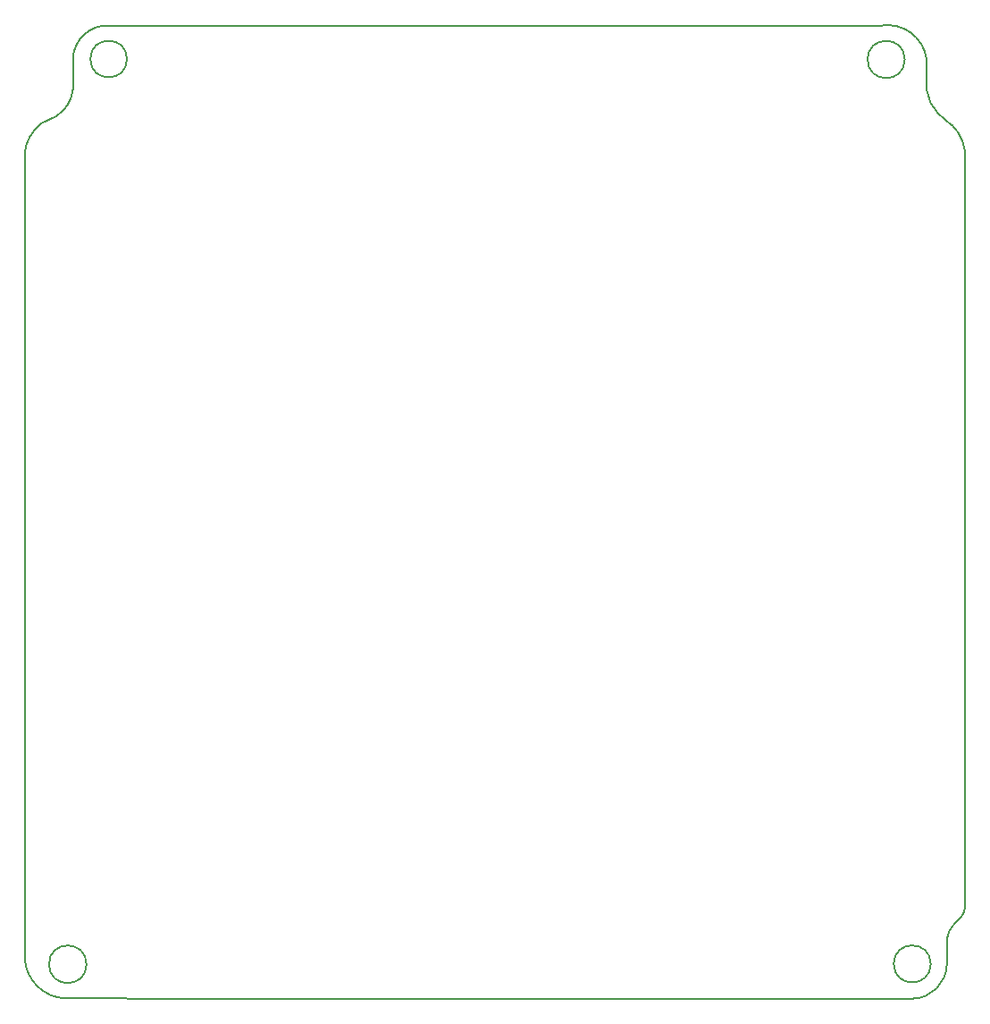
<source format=gbr>
%TF.GenerationSoftware,KiCad,Pcbnew,8.0.7*%
%TF.CreationDate,2025-02-06T16:30:48-03:00*%
%TF.ProjectId,adcs_board,61646373-5f62-46f6-9172-642e6b696361,1.0*%
%TF.SameCoordinates,Original*%
%TF.FileFunction,Profile,NP*%
%FSLAX46Y46*%
G04 Gerber Fmt 4.6, Leading zero omitted, Abs format (unit mm)*
G04 Created by KiCad (PCBNEW 8.0.7) date 2025-02-06 16:30:48*
%MOMM*%
%LPD*%
G01*
G04 APERTURE LIST*
%TA.AperFunction,Profile*%
%ADD10C,0.200000*%
%TD*%
G04 APERTURE END LIST*
D10*
X177096800Y-131888300D02*
X177651800Y-131368000D01*
X176350530Y-135765023D02*
G75*
G02*
X173124566Y-139009966I-3280530J35323D01*
G01*
X88964000Y-59049500D02*
X88964000Y-83925500D01*
X88972000Y-101926500D02*
X88972000Y-135249900D01*
X178102800Y-130206000D02*
X178102800Y-101924500D01*
X175558480Y-55263896D02*
G75*
G02*
X174430784Y-52962028I2776520J2787396D01*
G01*
X124558000Y-46894500D02*
X142577000Y-46894500D01*
X92835341Y-138994638D02*
G75*
G02*
X88972367Y-135249868I159659J4029538D01*
G01*
X88972000Y-101926500D02*
X88972000Y-83925500D01*
X174825450Y-135729700D02*
G75*
G02*
X171314550Y-135729700I-1755450J0D01*
G01*
X171314550Y-135729700D02*
G75*
G02*
X174825450Y-135729700I1755450J0D01*
G01*
X170140614Y-46894474D02*
G75*
G02*
X174430986Y-50048722I587386J-3696026D01*
G01*
X162535000Y-139010000D02*
X173125000Y-139010000D01*
X172365840Y-50103500D02*
G75*
G02*
X168834160Y-50103500I-1765840J0D01*
G01*
X168834160Y-50103500D02*
G75*
G02*
X172365840Y-50103500I1765840J0D01*
G01*
X176837300Y-56298500D02*
X175558500Y-55263500D01*
X88963770Y-59049157D02*
G75*
G02*
X90544140Y-56161535I4028230J-328343D01*
G01*
X91996000Y-55440500D02*
X90544000Y-56161500D01*
X176350837Y-133397183D02*
G75*
G02*
X177096890Y-131888328I2422463J-258917D01*
G01*
X174430800Y-52961500D02*
X174430800Y-50048500D01*
X178102810Y-130205991D02*
G75*
G02*
X177651885Y-131367982I-1722610J-9D01*
G01*
X178100500Y-83917500D02*
X178100500Y-101924500D01*
X170140000Y-46894500D02*
X142577000Y-46894500D01*
X98659670Y-50063500D02*
G75*
G02*
X95188330Y-50063500I-1735670J0D01*
G01*
X95188330Y-50063500D02*
G75*
G02*
X98659670Y-50063500I1735670J0D01*
G01*
X94827570Y-135765000D02*
G75*
G02*
X91268430Y-135765000I-1779570J0D01*
G01*
X91268430Y-135765000D02*
G75*
G02*
X94827570Y-135765000I1779570J0D01*
G01*
X93537407Y-52947731D02*
G75*
G02*
X91995817Y-55440496I-3302407J319231D01*
G01*
X178100500Y-83917500D02*
X178100500Y-59588500D01*
X176837474Y-56298785D02*
G75*
G02*
X178100717Y-59588805I-3055474J-3060715D01*
G01*
X176350800Y-135765000D02*
X176350800Y-133397100D01*
X162535000Y-139010000D02*
X104579000Y-139010000D01*
X93537402Y-50053726D02*
G75*
G02*
X97051749Y-46894662I3276598J-110774D01*
G01*
X124558000Y-46894500D02*
X97052000Y-46894500D01*
X92835000Y-138994600D02*
X104579000Y-139010000D01*
X93537000Y-50053500D02*
X93537000Y-52947500D01*
M02*

</source>
